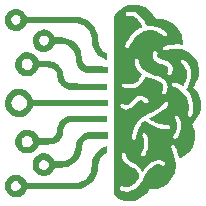
<source format=gbr>
%TF.GenerationSoftware,KiCad,Pcbnew,8.0.2*%
%TF.CreationDate,2025-01-11T16:17:31-03:00*%
%TF.ProjectId,EEG,4545472e-6b69-4636-9164-5f7063625858,rev?*%
%TF.SameCoordinates,Original*%
%TF.FileFunction,Legend,Bot*%
%TF.FilePolarity,Positive*%
%FSLAX46Y46*%
G04 Gerber Fmt 4.6, Leading zero omitted, Abs format (unit mm)*
G04 Created by KiCad (PCBNEW 8.0.2) date 2025-01-11 16:17:31*
%MOMM*%
%LPD*%
G01*
G04 APERTURE LIST*
G04 Aperture macros list*
%AMRoundRect*
0 Rectangle with rounded corners*
0 $1 Rounding radius*
0 $2 $3 $4 $5 $6 $7 $8 $9 X,Y pos of 4 corners*
0 Add a 4 corners polygon primitive as box body*
4,1,4,$2,$3,$4,$5,$6,$7,$8,$9,$2,$3,0*
0 Add four circle primitives for the rounded corners*
1,1,$1+$1,$2,$3*
1,1,$1+$1,$4,$5*
1,1,$1+$1,$6,$7*
1,1,$1+$1,$8,$9*
0 Add four rect primitives between the rounded corners*
20,1,$1+$1,$2,$3,$4,$5,0*
20,1,$1+$1,$4,$5,$6,$7,0*
20,1,$1+$1,$6,$7,$8,$9,0*
20,1,$1+$1,$8,$9,$2,$3,0*%
G04 Aperture macros list end*
%ADD10C,0.000000*%
%ADD11C,0.800000*%
%ADD12C,6.400000*%
%ADD13C,4.000000*%
%ADD14R,1.600000X1.600000*%
%ADD15C,1.600000*%
%ADD16C,1.250000*%
%ADD17RoundRect,0.250000X-0.725000X0.600000X-0.725000X-0.600000X0.725000X-0.600000X0.725000X0.600000X0*%
%ADD18O,1.950000X1.700000*%
%ADD19C,0.600000*%
%ADD20O,0.900000X2.000000*%
%ADD21O,0.900000X1.700000*%
%ADD22R,2.600000X2.600000*%
%ADD23C,2.600000*%
%ADD24R,1.700000X1.700000*%
%ADD25O,1.700000X1.700000*%
G04 APERTURE END LIST*
D10*
%TO.C,G\u002A\u002A\u002A*%
G36*
X159437990Y-93639960D02*
G01*
X159670575Y-93711503D01*
X159884437Y-93826657D01*
X160071744Y-93981420D01*
X160224664Y-94171788D01*
X160335366Y-94393761D01*
X160395870Y-94558232D01*
X163549185Y-94558232D01*
X166702500Y-94558232D01*
X166702500Y-94815664D01*
X166702500Y-95073097D01*
X163547653Y-95073097D01*
X160392806Y-95073097D01*
X160347553Y-95209494D01*
X160252554Y-95417873D01*
X160104039Y-95618170D01*
X159913122Y-95788939D01*
X159686218Y-95923255D01*
X159618066Y-95953548D01*
X159542259Y-95979472D01*
X159461755Y-95994334D01*
X159359087Y-96001088D01*
X159216785Y-96002691D01*
X159208320Y-96002690D01*
X159070988Y-96001195D01*
X158971831Y-95994621D01*
X158892833Y-95979620D01*
X158815977Y-95952841D01*
X158723247Y-95910936D01*
X158637630Y-95865769D01*
X158430664Y-95715189D01*
X158255070Y-95525881D01*
X158122746Y-95309758D01*
X158120193Y-95304357D01*
X158079184Y-95212762D01*
X158053114Y-95136133D01*
X158038637Y-95056433D01*
X158032405Y-94955622D01*
X158031071Y-94815664D01*
X158031071Y-94813305D01*
X158031268Y-94793792D01*
X158550926Y-94793792D01*
X158570402Y-94970583D01*
X158641521Y-95139929D01*
X158764282Y-95293325D01*
X158889663Y-95387949D01*
X159056867Y-95455815D01*
X159232959Y-95474644D01*
X159407694Y-95444989D01*
X159570830Y-95367397D01*
X159712121Y-95242421D01*
X159787524Y-95134520D01*
X159853153Y-94966144D01*
X159870144Y-94790970D01*
X159840582Y-94618758D01*
X159766549Y-94459270D01*
X159650128Y-94322264D01*
X159493402Y-94217503D01*
X159444970Y-94196616D01*
X159267894Y-94157755D01*
X159087003Y-94169769D01*
X158914923Y-94230568D01*
X158764282Y-94338064D01*
X158666900Y-94451901D01*
X158583092Y-94618063D01*
X158550926Y-94793792D01*
X158031268Y-94793792D01*
X158032478Y-94673799D01*
X158038818Y-94573439D01*
X158053342Y-94494442D01*
X158079298Y-94419025D01*
X158119938Y-94329403D01*
X158140818Y-94287643D01*
X158282904Y-94070528D01*
X158461115Y-93888441D01*
X158667438Y-93748342D01*
X158893855Y-93657196D01*
X158947981Y-93643711D01*
X159194515Y-93616028D01*
X159437990Y-93639960D01*
G37*
G36*
X161529010Y-88626055D02*
G01*
X161732253Y-88700057D01*
X161914156Y-88814555D01*
X162064856Y-88964701D01*
X162174492Y-89145644D01*
X162227782Y-89266565D01*
X162586569Y-89267062D01*
X162819083Y-89273934D01*
X163108213Y-89307270D01*
X163361070Y-89371180D01*
X163586470Y-89468876D01*
X163793232Y-89603571D01*
X163990172Y-89778477D01*
X164068702Y-89860182D01*
X164219136Y-90040936D01*
X164332735Y-90222909D01*
X164415852Y-90419810D01*
X164474840Y-90645347D01*
X164516051Y-90913228D01*
X164524351Y-90978664D01*
X164562340Y-91183754D01*
X164616653Y-91344698D01*
X164692642Y-91471116D01*
X164795664Y-91572627D01*
X164931071Y-91658852D01*
X164936201Y-91661533D01*
X164971499Y-91676735D01*
X165015993Y-91688916D01*
X165076533Y-91698573D01*
X165159968Y-91706207D01*
X165273147Y-91712315D01*
X165422920Y-91717397D01*
X165616135Y-91721950D01*
X165859642Y-91726475D01*
X166688214Y-91740777D01*
X166696448Y-92006833D01*
X166704683Y-92272890D01*
X165782163Y-92264266D01*
X164859642Y-92255642D01*
X164698957Y-92176610D01*
X164570551Y-92103233D01*
X164377421Y-91948262D01*
X164216431Y-91760917D01*
X164093772Y-91550589D01*
X164015635Y-91326669D01*
X163988214Y-91098552D01*
X163983474Y-90980256D01*
X163935417Y-90713730D01*
X163838014Y-90470632D01*
X163694298Y-90255957D01*
X163507301Y-90074702D01*
X163280056Y-89931862D01*
X163225923Y-89905214D01*
X163151513Y-89871052D01*
X163085833Y-89847788D01*
X163015710Y-89832992D01*
X162927973Y-89824236D01*
X162809450Y-89819091D01*
X162646969Y-89815128D01*
X162231071Y-89805921D01*
X162175651Y-89943844D01*
X162169381Y-89958743D01*
X162082245Y-90103116D01*
X161956631Y-90241483D01*
X161808506Y-90358677D01*
X161653837Y-90439530D01*
X161602632Y-90457775D01*
X161502747Y-90483477D01*
X161396793Y-90493107D01*
X161259642Y-90489874D01*
X161134404Y-90476513D01*
X160914363Y-90413850D01*
X160725135Y-90303053D01*
X160567347Y-90144545D01*
X160441627Y-89938750D01*
X160379777Y-89757012D01*
X160358013Y-89576848D01*
X160887392Y-89576848D01*
X160935076Y-89716370D01*
X160944793Y-89735090D01*
X161040686Y-89860499D01*
X161164878Y-89936820D01*
X161315109Y-89962586D01*
X161332527Y-89962286D01*
X161478300Y-89932008D01*
X161594064Y-89854919D01*
X161675612Y-89735046D01*
X161718736Y-89576413D01*
X161722195Y-89532369D01*
X161699928Y-89393837D01*
X161625838Y-89278091D01*
X161501474Y-89187905D01*
X161389376Y-89144366D01*
X161245287Y-89133867D01*
X161112449Y-89179285D01*
X160992526Y-89280320D01*
X160954268Y-89328157D01*
X160893392Y-89450454D01*
X160887392Y-89576848D01*
X160358013Y-89576848D01*
X160354943Y-89551434D01*
X160370767Y-89347680D01*
X160427592Y-89164582D01*
X160531332Y-88987858D01*
X160688194Y-88819335D01*
X160879623Y-88695026D01*
X161101707Y-88618102D01*
X161314289Y-88597400D01*
X161529010Y-88626055D01*
G37*
G36*
X159941400Y-90533837D02*
G01*
X160069909Y-90541926D01*
X160166122Y-90558287D01*
X160253292Y-90588714D01*
X160354671Y-90638999D01*
X160535970Y-90759573D01*
X160682425Y-90916281D01*
X160792754Y-91113114D01*
X160859642Y-91267841D01*
X161360782Y-91268329D01*
X161370703Y-91268343D01*
X161636151Y-91273102D01*
X161854553Y-91288035D01*
X162035201Y-91315750D01*
X162187389Y-91358854D01*
X162320407Y-91419955D01*
X162443549Y-91501661D01*
X162566106Y-91606580D01*
X162616330Y-91655729D01*
X162754005Y-91823314D01*
X162853705Y-92009052D01*
X162920604Y-92224427D01*
X162959873Y-92480922D01*
X162962856Y-92509599D01*
X162998762Y-92705883D01*
X163060976Y-92860226D01*
X163155092Y-92982953D01*
X163286702Y-93084390D01*
X163426536Y-93170957D01*
X165050232Y-93178794D01*
X166673928Y-93186630D01*
X166673928Y-93457679D01*
X166673928Y-93728727D01*
X165093400Y-93728727D01*
X164767110Y-93728576D01*
X164467985Y-93727999D01*
X164216762Y-93726868D01*
X164008660Y-93725057D01*
X163838897Y-93722438D01*
X163702692Y-93718886D01*
X163595264Y-93714272D01*
X163511830Y-93708470D01*
X163447610Y-93701353D01*
X163397822Y-93692794D01*
X163357685Y-93682667D01*
X163309859Y-93667901D01*
X163129565Y-93596913D01*
X162975665Y-93504237D01*
X162823278Y-93375575D01*
X162764446Y-93317358D01*
X162624947Y-93147701D01*
X162525003Y-92964650D01*
X162458456Y-92754947D01*
X162419148Y-92505332D01*
X162388896Y-92324764D01*
X162325767Y-92156024D01*
X162227726Y-92021789D01*
X162089822Y-91913155D01*
X161950083Y-91826588D01*
X161404863Y-91818523D01*
X160859642Y-91810458D01*
X160792754Y-91966587D01*
X160784338Y-91985801D01*
X160673088Y-92178043D01*
X160527036Y-92328930D01*
X160337615Y-92447515D01*
X160285069Y-92472868D01*
X160196678Y-92509712D01*
X160115448Y-92530466D01*
X160019965Y-92539624D01*
X159888815Y-92541678D01*
X159881297Y-92541673D01*
X159746308Y-92538678D01*
X159646645Y-92527604D01*
X159561608Y-92504722D01*
X159470499Y-92466303D01*
X159288876Y-92360289D01*
X159120475Y-92205030D01*
X158985331Y-92005885D01*
X158980666Y-91997258D01*
X158937435Y-91913053D01*
X158910306Y-91843155D01*
X158895550Y-91769690D01*
X158889437Y-91674780D01*
X158888818Y-91605606D01*
X159415509Y-91605606D01*
X159455173Y-91746207D01*
X159538330Y-91868025D01*
X159572321Y-91901246D01*
X159664438Y-91969099D01*
X159766148Y-92003168D01*
X159900134Y-92012511D01*
X160014273Y-91998026D01*
X160151970Y-91936411D01*
X160261387Y-91834734D01*
X160333589Y-91702038D01*
X160359642Y-91547367D01*
X160358966Y-91519619D01*
X160326326Y-91360125D01*
X160248540Y-91226717D01*
X160130955Y-91129172D01*
X160085682Y-91107649D01*
X159941563Y-91073475D01*
X159788240Y-91076079D01*
X159651590Y-91116163D01*
X159537871Y-91201259D01*
X159458818Y-91320117D01*
X159417377Y-91459237D01*
X159415509Y-91605606D01*
X158888818Y-91605606D01*
X158888236Y-91540552D01*
X158888933Y-91441196D01*
X158893876Y-91332591D01*
X158906206Y-91252336D01*
X158928973Y-91183319D01*
X158965225Y-91108424D01*
X159015733Y-91019950D01*
X159165689Y-90824635D01*
X159345832Y-90676138D01*
X159559796Y-90571174D01*
X159628762Y-90551171D01*
X159759949Y-90534021D01*
X159931071Y-90533448D01*
X159941400Y-90533837D01*
G37*
G36*
X166702500Y-97561610D02*
G01*
X166702500Y-97847646D01*
X165909642Y-97848902D01*
X165886302Y-97848941D01*
X165636562Y-97849937D01*
X165436098Y-97852599D01*
X165277655Y-97857938D01*
X165153977Y-97866959D01*
X165057807Y-97880671D01*
X164981888Y-97900082D01*
X164918964Y-97926200D01*
X164861780Y-97960031D01*
X164803078Y-98002585D01*
X164720423Y-98075813D01*
X164644178Y-98176496D01*
X164587653Y-98301984D01*
X164546237Y-98462977D01*
X164515319Y-98670173D01*
X164499406Y-98791975D01*
X164476871Y-98933034D01*
X164453588Y-99051558D01*
X164432646Y-99130340D01*
X164419033Y-99167623D01*
X164283315Y-99447902D01*
X164101129Y-99697346D01*
X163875936Y-99912576D01*
X163611194Y-100090211D01*
X163310365Y-100226870D01*
X163303300Y-100229400D01*
X163224028Y-100253418D01*
X163134508Y-100271135D01*
X163023017Y-100283934D01*
X162877834Y-100293194D01*
X162687235Y-100300297D01*
X162229114Y-100313975D01*
X162178732Y-100435924D01*
X162083152Y-100605216D01*
X161933025Y-100761524D01*
X161737615Y-100885578D01*
X161735763Y-100886490D01*
X161628210Y-100935753D01*
X161539472Y-100963839D01*
X161444286Y-100976362D01*
X161317386Y-100978935D01*
X161251270Y-100977948D01*
X161130618Y-100968564D01*
X161031004Y-100945366D01*
X160927642Y-100903560D01*
X160776377Y-100819019D01*
X160595903Y-100665367D01*
X160457873Y-100473559D01*
X160422396Y-100405864D01*
X160396286Y-100339446D01*
X160381685Y-100267001D01*
X160375322Y-100171477D01*
X160374421Y-100083806D01*
X160879737Y-100083806D01*
X160887068Y-100153271D01*
X160919312Y-100244271D01*
X160951417Y-100312364D01*
X161010839Y-100386390D01*
X161102727Y-100445263D01*
X161226448Y-100490091D01*
X161371792Y-100496425D01*
X161503905Y-100453882D01*
X161613120Y-100365907D01*
X161689770Y-100235949D01*
X161700205Y-100205817D01*
X161722569Y-100058621D01*
X161699863Y-99921037D01*
X161635770Y-99805179D01*
X161533971Y-99723165D01*
X161503264Y-99708617D01*
X161349336Y-99668559D01*
X161202909Y-99680952D01*
X161072988Y-99741950D01*
X160968578Y-99847711D01*
X160898683Y-99994389D01*
X160894945Y-100007147D01*
X160879737Y-100083806D01*
X160374421Y-100083806D01*
X160373928Y-100035822D01*
X160374201Y-99972987D01*
X160378083Y-99850851D01*
X160388634Y-99763033D01*
X160408479Y-99693289D01*
X160440244Y-99625377D01*
X160445751Y-99615197D01*
X160569376Y-99436777D01*
X160725686Y-99283400D01*
X160898456Y-99171149D01*
X160918075Y-99161628D01*
X161003643Y-99125323D01*
X161085010Y-99104179D01*
X161182587Y-99094328D01*
X161316785Y-99091903D01*
X161451061Y-99094496D01*
X161551465Y-99104770D01*
X161633390Y-99126149D01*
X161716333Y-99162056D01*
X161765689Y-99188794D01*
X161925719Y-99307875D01*
X162065299Y-99458928D01*
X162166210Y-99623274D01*
X162230737Y-99764088D01*
X162590004Y-99764088D01*
X162781879Y-99760160D01*
X162969942Y-99743588D01*
X163125732Y-99711394D01*
X163262261Y-99660734D01*
X163392546Y-99588766D01*
X163577827Y-99446016D01*
X163751449Y-99248478D01*
X163880352Y-99021292D01*
X163960590Y-98771632D01*
X163988214Y-98506670D01*
X163996783Y-98399540D01*
X164033861Y-98227934D01*
X164093816Y-98051953D01*
X164169589Y-97895383D01*
X164266453Y-97761106D01*
X164423190Y-97606315D01*
X164607879Y-97471223D01*
X164804620Y-97367159D01*
X164997516Y-97305451D01*
X164998097Y-97305338D01*
X165058829Y-97298991D01*
X165167758Y-97293064D01*
X165316095Y-97287815D01*
X165495049Y-97283500D01*
X165695828Y-97280379D01*
X165909642Y-97278708D01*
X166702500Y-97275574D01*
X166702500Y-97561610D01*
G37*
G36*
X159112234Y-86878784D02*
G01*
X159318006Y-86941509D01*
X159503155Y-87045690D01*
X159658704Y-87188082D01*
X159775677Y-87365443D01*
X159852062Y-87521745D01*
X161974768Y-87521745D01*
X162321786Y-87521778D01*
X162704717Y-87522069D01*
X163038089Y-87522918D01*
X163326104Y-87524622D01*
X163572964Y-87527480D01*
X163782870Y-87531788D01*
X163960025Y-87537846D01*
X164108630Y-87545951D01*
X164232888Y-87556402D01*
X164337001Y-87569495D01*
X164425169Y-87585530D01*
X164501596Y-87604804D01*
X164570484Y-87627616D01*
X164636034Y-87654262D01*
X164702448Y-87685042D01*
X164773928Y-87720253D01*
X164919832Y-87798948D01*
X165196734Y-87990599D01*
X165427526Y-88215374D01*
X165612694Y-88474026D01*
X165752727Y-88767308D01*
X165848112Y-89095974D01*
X165899335Y-89460778D01*
X165905699Y-89536526D01*
X165931918Y-89742909D01*
X165971328Y-89909975D01*
X166028940Y-90051019D01*
X166109768Y-90179338D01*
X166218824Y-90308226D01*
X166309502Y-90397082D01*
X166426582Y-90492297D01*
X166530340Y-90556192D01*
X166673928Y-90624440D01*
X166673928Y-90905651D01*
X166674164Y-90992754D01*
X166671655Y-91090355D01*
X166658338Y-91147929D01*
X166625916Y-91168864D01*
X166566094Y-91156552D01*
X166470578Y-91114381D01*
X166331071Y-91045740D01*
X166204218Y-90973631D01*
X166009036Y-90828600D01*
X165824835Y-90654098D01*
X165666404Y-90464690D01*
X165548530Y-90274944D01*
X165466938Y-90089187D01*
X165386760Y-89802659D01*
X165360065Y-89508555D01*
X165349222Y-89331795D01*
X165290635Y-89060999D01*
X165184987Y-88809614D01*
X165036504Y-88584934D01*
X164849413Y-88394258D01*
X164627942Y-88244879D01*
X164573047Y-88215654D01*
X164516984Y-88186968D01*
X164462419Y-88162180D01*
X164405164Y-88141006D01*
X164341028Y-88123161D01*
X164265825Y-88108361D01*
X164175364Y-88096321D01*
X164065459Y-88086757D01*
X163931919Y-88079384D01*
X163770557Y-88073917D01*
X163577184Y-88070072D01*
X163347610Y-88067564D01*
X163077649Y-88066109D01*
X162763110Y-88065422D01*
X162399806Y-88065219D01*
X161983548Y-88065214D01*
X159848031Y-88065214D01*
X159791572Y-88192993D01*
X159742894Y-88284303D01*
X159620570Y-88442119D01*
X159466883Y-88579349D01*
X159298240Y-88679803D01*
X159261185Y-88696150D01*
X159175535Y-88728742D01*
X159097279Y-88745659D01*
X159004994Y-88750267D01*
X158877260Y-88745930D01*
X158780053Y-88737639D01*
X158563916Y-88687713D01*
X158381889Y-88593615D01*
X158229083Y-88452290D01*
X158100614Y-88260686D01*
X158058332Y-88179632D01*
X158027726Y-88105878D01*
X158010968Y-88031999D01*
X158003940Y-87938974D01*
X158002521Y-87807782D01*
X158003265Y-87761641D01*
X158531071Y-87761641D01*
X158532872Y-87805869D01*
X158566960Y-87948701D01*
X158637035Y-88062316D01*
X158733594Y-88143981D01*
X158847134Y-88190962D01*
X158968151Y-88200526D01*
X159087141Y-88169937D01*
X159194601Y-88096463D01*
X159281027Y-87977370D01*
X159317352Y-87878536D01*
X159331004Y-87741098D01*
X159308163Y-87609820D01*
X159251907Y-87499409D01*
X159165314Y-87424569D01*
X159029453Y-87374385D01*
X158877987Y-87366653D01*
X158739057Y-87411720D01*
X158619688Y-87508504D01*
X158611768Y-87517627D01*
X158560462Y-87588588D01*
X158536800Y-87660679D01*
X158531071Y-87761641D01*
X158003265Y-87761641D01*
X158004545Y-87682302D01*
X158013758Y-87570635D01*
X158032989Y-87482756D01*
X158065005Y-87400622D01*
X158140563Y-87273247D01*
X158264985Y-87129217D01*
X158410992Y-87008193D01*
X158561430Y-86926559D01*
X158674720Y-86890681D01*
X158894813Y-86860760D01*
X159112234Y-86878784D01*
G37*
G36*
X166673928Y-96174336D02*
G01*
X166673928Y-96446070D01*
X165087296Y-96446070D01*
X164791962Y-96446193D01*
X164487564Y-96446731D01*
X164231940Y-96447804D01*
X164020532Y-96449532D01*
X163848785Y-96452033D01*
X163712141Y-96455423D01*
X163606044Y-96459822D01*
X163525935Y-96465347D01*
X163467259Y-96472117D01*
X163425459Y-96480248D01*
X163395977Y-96489860D01*
X163286979Y-96543961D01*
X163154275Y-96647462D01*
X163057927Y-96782539D01*
X162993492Y-96956119D01*
X162956529Y-97175128D01*
X162944180Y-97275061D01*
X162888168Y-97523041D01*
X162796154Y-97735389D01*
X162662952Y-97922171D01*
X162483374Y-98093453D01*
X162438576Y-98129208D01*
X162340053Y-98199585D01*
X162242536Y-98253291D01*
X162136340Y-98292748D01*
X162011780Y-98320375D01*
X161859172Y-98338593D01*
X161668830Y-98349824D01*
X161431071Y-98356488D01*
X160859642Y-98367687D01*
X160791683Y-98522742D01*
X160779137Y-98549489D01*
X160680336Y-98700606D01*
X160544297Y-98844262D01*
X160387123Y-98965496D01*
X160224916Y-99049345D01*
X160174195Y-99067423D01*
X160074306Y-99093142D01*
X159968298Y-99102787D01*
X159831071Y-99099559D01*
X159724710Y-99089190D01*
X159495922Y-99029442D01*
X159295934Y-98920361D01*
X159125489Y-98762424D01*
X158985331Y-98556110D01*
X158980694Y-98547536D01*
X158937452Y-98463313D01*
X158910314Y-98393402D01*
X158895549Y-98319927D01*
X158889426Y-98225011D01*
X158888464Y-98118449D01*
X159414446Y-98118449D01*
X159436243Y-98264642D01*
X159495072Y-98387058D01*
X159530863Y-98429154D01*
X159650186Y-98516207D01*
X159789680Y-98560977D01*
X159936835Y-98564292D01*
X160079136Y-98526980D01*
X160204072Y-98449870D01*
X160299131Y-98333792D01*
X160339204Y-98242674D01*
X160362597Y-98087301D01*
X160334359Y-97935634D01*
X160257070Y-97797782D01*
X160133309Y-97683856D01*
X160026503Y-97635225D01*
X159883504Y-97618303D01*
X159737508Y-97642119D01*
X159605008Y-97703640D01*
X159502500Y-97799833D01*
X159480956Y-97833044D01*
X159429433Y-97968057D01*
X159414446Y-98118449D01*
X158888464Y-98118449D01*
X158888214Y-98090777D01*
X158888219Y-98077112D01*
X158889709Y-97947000D01*
X158896434Y-97854654D01*
X158912126Y-97782198D01*
X158940514Y-97711753D01*
X158985331Y-97625444D01*
X159102558Y-97447853D01*
X159266541Y-97287684D01*
X159470499Y-97165026D01*
X159474270Y-97163261D01*
X159564936Y-97125438D01*
X159650308Y-97103062D01*
X159751147Y-97092388D01*
X159888214Y-97089670D01*
X159898854Y-97089680D01*
X160032482Y-97092786D01*
X160131412Y-97104060D01*
X160216547Y-97127314D01*
X160308795Y-97166359D01*
X160354015Y-97189242D01*
X160532685Y-97314426D01*
X160683083Y-97475978D01*
X160791009Y-97659382D01*
X160859642Y-97818066D01*
X161377808Y-97818555D01*
X161432581Y-97818598D01*
X161603209Y-97818266D01*
X161729503Y-97816255D01*
X161821556Y-97811375D01*
X161889463Y-97802433D01*
X161943316Y-97788239D01*
X161993210Y-97767602D01*
X162049237Y-97739332D01*
X162161171Y-97664173D01*
X162273639Y-97550196D01*
X162357166Y-97421850D01*
X162399072Y-97295230D01*
X162399743Y-97290409D01*
X162410085Y-97212900D01*
X162424286Y-97102871D01*
X162439481Y-96982496D01*
X162448930Y-96919340D01*
X162489226Y-96748194D01*
X162544049Y-96603505D01*
X162565704Y-96561423D01*
X162708043Y-96353028D01*
X162889558Y-96174766D01*
X163099719Y-96035492D01*
X163327999Y-95944061D01*
X163373349Y-95935695D01*
X163447611Y-95928444D01*
X163553984Y-95922335D01*
X163696043Y-95917287D01*
X163877365Y-95913219D01*
X164101525Y-95910053D01*
X164372098Y-95907707D01*
X164692659Y-95906103D01*
X165066785Y-95905159D01*
X166673928Y-95902601D01*
X166673928Y-96174336D01*
G37*
G36*
X166651364Y-98485824D02*
G01*
X166664444Y-98529722D01*
X166671649Y-98617527D01*
X166673821Y-98755811D01*
X166673714Y-99034696D01*
X166551731Y-99084902D01*
X166465806Y-99127084D01*
X166297327Y-99250284D01*
X166147778Y-99413793D01*
X166028523Y-99606289D01*
X166017106Y-99629570D01*
X165974617Y-99722544D01*
X165945655Y-99804937D01*
X165926296Y-99893686D01*
X165912616Y-100005727D01*
X165900690Y-100157998D01*
X165892961Y-100261377D01*
X165874351Y-100446122D01*
X165849631Y-100597199D01*
X165815052Y-100730599D01*
X165766865Y-100862317D01*
X165701320Y-101008345D01*
X165695128Y-101021233D01*
X165523362Y-101311936D01*
X165309201Y-101566058D01*
X165056883Y-101779981D01*
X164770646Y-101950087D01*
X164454729Y-102072756D01*
X164433139Y-102078709D01*
X164394324Y-102087169D01*
X164346317Y-102094535D01*
X164285123Y-102100903D01*
X164206746Y-102106372D01*
X164107190Y-102111041D01*
X163982459Y-102115006D01*
X163828556Y-102118367D01*
X163641487Y-102121222D01*
X163417255Y-102123668D01*
X163151864Y-102125804D01*
X162841318Y-102127728D01*
X162481621Y-102129538D01*
X162068778Y-102131331D01*
X159849342Y-102140488D01*
X159784560Y-102274458D01*
X159773527Y-102296276D01*
X159661593Y-102458903D01*
X159512687Y-102603295D01*
X159344611Y-102711758D01*
X159327987Y-102719806D01*
X159250342Y-102751555D01*
X159170490Y-102770402D01*
X159070157Y-102779442D01*
X158931071Y-102781768D01*
X158882348Y-102781255D01*
X158690553Y-102764713D01*
X158533098Y-102720471D01*
X158394404Y-102642579D01*
X158258890Y-102525088D01*
X158258615Y-102524812D01*
X158137363Y-102383056D01*
X158058349Y-102236584D01*
X158015439Y-102069635D01*
X158002984Y-101874048D01*
X158531071Y-101874048D01*
X158532035Y-101932353D01*
X158542995Y-102008663D01*
X158574852Y-102068285D01*
X158638214Y-102137279D01*
X158690843Y-102184577D01*
X158814006Y-102253994D01*
X158943623Y-102268045D01*
X159085871Y-102227982D01*
X159091071Y-102225653D01*
X159212378Y-102148313D01*
X159287561Y-102042819D01*
X159323490Y-101899683D01*
X159325192Y-101842076D01*
X159298352Y-101708535D01*
X159236538Y-101587309D01*
X159149014Y-101499635D01*
X159093677Y-101468623D01*
X158959198Y-101432177D01*
X158829027Y-101444595D01*
X158712146Y-101500434D01*
X158617537Y-101594251D01*
X158554185Y-101720603D01*
X158531071Y-101874048D01*
X158002984Y-101874048D01*
X158002500Y-101866453D01*
X158002502Y-101860659D01*
X158005430Y-101725270D01*
X158016366Y-101625667D01*
X158039000Y-101541320D01*
X158077019Y-101451700D01*
X158145180Y-101330606D01*
X158288822Y-101159161D01*
X158463914Y-101027109D01*
X158662084Y-100938894D01*
X158874958Y-100898961D01*
X159094165Y-100911754D01*
X159285433Y-100964858D01*
X159480065Y-101068562D01*
X159638746Y-101216625D01*
X159762142Y-101409543D01*
X159853201Y-101594718D01*
X161986133Y-101594718D01*
X162199052Y-101594686D01*
X162581334Y-101594400D01*
X162912463Y-101593755D01*
X163196424Y-101592677D01*
X163437203Y-101591088D01*
X163638783Y-101588914D01*
X163805150Y-101586078D01*
X163940288Y-101582505D01*
X164048184Y-101578118D01*
X164132820Y-101572842D01*
X164198183Y-101566601D01*
X164248257Y-101559319D01*
X164287027Y-101550921D01*
X164519792Y-101468725D01*
X164758632Y-101331556D01*
X164963616Y-101153822D01*
X165130477Y-100941102D01*
X165254946Y-100698973D01*
X165332757Y-100433013D01*
X165359642Y-100148802D01*
X165361363Y-100075173D01*
X165402296Y-99777626D01*
X165494416Y-99489021D01*
X165633323Y-99220622D01*
X165814619Y-98983693D01*
X165830834Y-98966308D01*
X166008787Y-98798180D01*
X166195812Y-98667674D01*
X166414502Y-98558789D01*
X166419721Y-98556565D01*
X166517207Y-98517026D01*
X166595550Y-98488739D01*
X166638214Y-98477700D01*
X166651364Y-98485824D01*
G37*
G36*
X169059082Y-86498711D02*
G01*
X169239783Y-86512282D01*
X169388214Y-86536530D01*
X169416622Y-86543798D01*
X169540634Y-86583434D01*
X169682495Y-86637667D01*
X169816785Y-86696979D01*
X169827591Y-86702246D01*
X170024820Y-86820905D01*
X170221837Y-86977466D01*
X170404968Y-87158493D01*
X170560538Y-87350549D01*
X170674874Y-87540197D01*
X170773928Y-87744572D01*
X171031071Y-87730429D01*
X171058425Y-87729134D01*
X171374378Y-87744289D01*
X171680981Y-87812594D01*
X171972076Y-87930368D01*
X172241506Y-88093929D01*
X172483113Y-88299600D01*
X172690742Y-88543698D01*
X172858233Y-88822544D01*
X172955869Y-89058911D01*
X173022996Y-89339055D01*
X173044934Y-89642585D01*
X173045357Y-89889889D01*
X172638214Y-89875212D01*
X172536381Y-89872569D01*
X172173434Y-89882789D01*
X171848987Y-89925933D01*
X171555937Y-90002839D01*
X171459569Y-90045675D01*
X171385714Y-90113044D01*
X171366490Y-90193723D01*
X171402674Y-90286274D01*
X171413822Y-90302678D01*
X171449928Y-90339119D01*
X171499528Y-90350932D01*
X171583931Y-90345025D01*
X171679859Y-90330951D01*
X171804727Y-90308494D01*
X171931071Y-90282575D01*
X172113431Y-90253034D01*
X172349271Y-90236448D01*
X172594184Y-90237942D01*
X172827002Y-90257289D01*
X173026555Y-90294265D01*
X173332929Y-90398747D01*
X173615231Y-90549937D01*
X173860063Y-90743670D01*
X174066090Y-90978884D01*
X174231980Y-91254516D01*
X174320640Y-91457353D01*
X174383378Y-91665895D01*
X174417906Y-91886946D01*
X174428822Y-92141227D01*
X174425186Y-92289768D01*
X174393418Y-92554189D01*
X174324981Y-92799038D01*
X174215039Y-93039324D01*
X174058757Y-93290056D01*
X173936429Y-93466362D01*
X174008353Y-93533187D01*
X174114153Y-93646697D01*
X174230819Y-93798974D01*
X174340727Y-93967012D01*
X174430265Y-94131509D01*
X174531868Y-94391956D01*
X174599941Y-94703487D01*
X174616810Y-95020222D01*
X174583874Y-95334976D01*
X174502533Y-95640565D01*
X174374190Y-95929805D01*
X174200242Y-96195513D01*
X173982093Y-96430503D01*
X173807557Y-96588626D01*
X173911095Y-96810535D01*
X173991177Y-96998053D01*
X174056527Y-97206587D01*
X174091883Y-97415847D01*
X174102500Y-97648855D01*
X174085997Y-97932032D01*
X174023694Y-98233860D01*
X173912467Y-98512080D01*
X173749627Y-98773180D01*
X173532483Y-99023645D01*
X173488156Y-99067918D01*
X173372393Y-99176698D01*
X173270041Y-99258373D01*
X173163872Y-99325728D01*
X173036654Y-99391547D01*
X172967227Y-99424511D01*
X172871335Y-99467835D01*
X172803678Y-99495532D01*
X172775737Y-99502710D01*
X172771077Y-99492316D01*
X172752185Y-99437650D01*
X172723396Y-99347640D01*
X172688810Y-99234921D01*
X172654220Y-99125839D01*
X172597723Y-98964204D01*
X172536717Y-98804682D01*
X172475612Y-98657740D01*
X172418817Y-98533843D01*
X172370743Y-98443459D01*
X172335799Y-98397053D01*
X172333171Y-98395058D01*
X172253659Y-98367857D01*
X172168215Y-98389000D01*
X172093263Y-98454589D01*
X172035517Y-98532366D01*
X172139673Y-98754927D01*
X172239595Y-98988761D01*
X172353854Y-99330929D01*
X172431565Y-99670801D01*
X172471291Y-99999335D01*
X172471592Y-100307491D01*
X172431030Y-100586227D01*
X172389994Y-100733776D01*
X172268183Y-101029830D01*
X172102474Y-101303363D01*
X171898922Y-101546579D01*
X171663579Y-101751682D01*
X171402500Y-101910874D01*
X171313768Y-101953096D01*
X171120397Y-102031375D01*
X170940476Y-102079462D01*
X170752631Y-102102119D01*
X170535487Y-102104113D01*
X170239902Y-102095761D01*
X170195730Y-102181332D01*
X170093147Y-102346211D01*
X169918424Y-102548116D01*
X169705303Y-102731398D01*
X169464199Y-102888489D01*
X169205532Y-103011821D01*
X168939716Y-103093826D01*
X168903880Y-103101339D01*
X168654721Y-103132679D01*
X168401726Y-103131510D01*
X168153339Y-103100409D01*
X167918007Y-103041954D01*
X167704177Y-102958723D01*
X167520294Y-102853293D01*
X167374804Y-102728241D01*
X167276154Y-102586146D01*
X167216785Y-102463368D01*
X167216785Y-102045145D01*
X167731071Y-102045145D01*
X167751948Y-102120972D01*
X167818477Y-102187367D01*
X167934464Y-102245538D01*
X168103710Y-102298063D01*
X168115102Y-102300899D01*
X168334513Y-102325624D01*
X168562847Y-102299448D01*
X168790781Y-102225350D01*
X169008990Y-102106307D01*
X169208149Y-101945298D01*
X169239391Y-101914430D01*
X169344926Y-101800085D01*
X169445426Y-101672593D01*
X169547733Y-101522077D01*
X169658690Y-101338660D01*
X169785140Y-101112464D01*
X169874143Y-100950828D01*
X169976369Y-100772728D01*
X170064257Y-100630960D01*
X170143639Y-100516734D01*
X170220342Y-100421258D01*
X170300196Y-100335742D01*
X170344054Y-100294007D01*
X170516925Y-100164593D01*
X170700614Y-100075354D01*
X170885802Y-100028921D01*
X171063167Y-100027928D01*
X171223391Y-100075005D01*
X171263266Y-100093063D01*
X171347388Y-100123786D01*
X171407092Y-100135935D01*
X171422731Y-100134952D01*
X171495289Y-100100606D01*
X171542846Y-100028194D01*
X171554509Y-99932731D01*
X171553781Y-99925798D01*
X171537852Y-99865296D01*
X171497046Y-99819997D01*
X171416785Y-99772991D01*
X171383914Y-99756962D01*
X171162166Y-99684427D01*
X170929603Y-99666883D01*
X170690171Y-99704236D01*
X170447810Y-99796389D01*
X170326970Y-99868612D01*
X170169580Y-99991002D01*
X170010717Y-100140550D01*
X169863870Y-100304380D01*
X169742525Y-100469618D01*
X169628953Y-100645981D01*
X169548588Y-100492313D01*
X169494722Y-100401160D01*
X169390007Y-100270997D01*
X169253373Y-100150323D01*
X169076751Y-100032396D01*
X168852071Y-99910475D01*
X168717116Y-99839067D01*
X168534562Y-99723592D01*
X168400879Y-99607738D01*
X168311297Y-99485936D01*
X168261047Y-99352617D01*
X168245357Y-99202213D01*
X168241425Y-99176746D01*
X169502500Y-99176746D01*
X169515188Y-99234436D01*
X169567596Y-99296079D01*
X169644832Y-99329303D01*
X169729667Y-99327901D01*
X169804872Y-99285667D01*
X169808065Y-99282344D01*
X169854577Y-99216227D01*
X169911944Y-99111401D01*
X169973629Y-98982270D01*
X170033095Y-98843235D01*
X170083806Y-98708700D01*
X170119224Y-98593067D01*
X170139766Y-98492761D01*
X170155526Y-98325401D01*
X170154561Y-98121108D01*
X170151192Y-98045651D01*
X170141361Y-97922323D01*
X170123981Y-97825577D01*
X170094620Y-97734790D01*
X170079665Y-97700340D01*
X172255245Y-97700340D01*
X172269038Y-97748211D01*
X172272940Y-97756087D01*
X172334167Y-97816872D01*
X172421722Y-97842204D01*
X172514301Y-97825380D01*
X172521396Y-97821495D01*
X172572327Y-97770058D01*
X172634050Y-97678790D01*
X172700156Y-97559979D01*
X172764237Y-97425911D01*
X172819886Y-97288875D01*
X172860693Y-97161160D01*
X172890984Y-97012038D01*
X172909441Y-96809028D01*
X172906486Y-96603151D01*
X172883610Y-96406076D01*
X172842302Y-96229470D01*
X172784054Y-96085002D01*
X172710357Y-95984340D01*
X172695096Y-95970460D01*
X172615709Y-95911181D01*
X172549586Y-95893152D01*
X172480450Y-95911193D01*
X172432770Y-95943320D01*
X172400161Y-96011812D01*
X172408576Y-96111343D01*
X172457695Y-96246630D01*
X172539957Y-96495857D01*
X172568269Y-96756213D01*
X172541606Y-97020153D01*
X172460407Y-97283387D01*
X172325111Y-97541624D01*
X172302388Y-97578013D01*
X172264749Y-97649550D01*
X172255245Y-97700340D01*
X170079665Y-97700340D01*
X170048843Y-97629338D01*
X170010584Y-97552164D01*
X169943375Y-97445952D01*
X169884191Y-97393358D01*
X169876054Y-97389663D01*
X169812194Y-97365804D01*
X169766414Y-97370508D01*
X169708857Y-97405912D01*
X169680444Y-97431703D01*
X169648216Y-97513063D01*
X169662691Y-97625513D01*
X169723906Y-97769937D01*
X169751975Y-97825999D01*
X169778722Y-97895305D01*
X169793983Y-97970129D01*
X169800866Y-98067685D01*
X169802478Y-98205191D01*
X169802000Y-98262252D01*
X169789532Y-98455114D01*
X169755815Y-98619499D01*
X169695047Y-98776865D01*
X169601425Y-98948669D01*
X169554188Y-99034973D01*
X169516820Y-99120076D01*
X169502500Y-99176746D01*
X168241425Y-99176746D01*
X168234649Y-99132860D01*
X168200879Y-99055362D01*
X168182919Y-99034751D01*
X168107632Y-98996742D01*
X168020182Y-98998103D01*
X167943928Y-99040212D01*
X167942264Y-99041932D01*
X167910885Y-99111951D01*
X167903853Y-99219244D01*
X167919621Y-99350610D01*
X167956642Y-99492849D01*
X168013369Y-99632760D01*
X168064279Y-99725797D01*
X168171558Y-99870722D01*
X168309330Y-99999019D01*
X168486367Y-100118271D01*
X168711446Y-100236060D01*
X168895012Y-100330939D01*
X169065457Y-100443731D01*
X169188896Y-100562895D01*
X169270656Y-100695233D01*
X169316063Y-100847551D01*
X169330443Y-101026651D01*
X169330421Y-101062588D01*
X169326086Y-101154164D01*
X169309312Y-101223356D01*
X169272410Y-101292567D01*
X169207687Y-101384196D01*
X169118032Y-101496582D01*
X168964421Y-101656666D01*
X168804848Y-101789212D01*
X168653358Y-101881617D01*
X168517422Y-101927860D01*
X168357893Y-101949044D01*
X168203917Y-101940551D01*
X168076681Y-101901646D01*
X168016072Y-101875473D01*
X167902321Y-101855081D01*
X167812043Y-101878580D01*
X167752529Y-101942944D01*
X167731071Y-102045145D01*
X167216785Y-102045145D01*
X167216785Y-97716565D01*
X168762599Y-97716565D01*
X168764655Y-97786770D01*
X168780473Y-97832967D01*
X168813031Y-97872492D01*
X168815895Y-97875319D01*
X168898803Y-97926426D01*
X168980681Y-97926112D01*
X169053383Y-97879497D01*
X169108760Y-97791702D01*
X169138664Y-97667847D01*
X169169965Y-97459103D01*
X169245660Y-97170571D01*
X169353588Y-96902535D01*
X169488948Y-96666279D01*
X169646939Y-96473089D01*
X169675566Y-96444731D01*
X169751728Y-96372388D01*
X169809520Y-96322001D01*
X169838214Y-96303103D01*
X169852452Y-96309441D01*
X169905643Y-96343322D01*
X169986554Y-96399879D01*
X170084264Y-96471633D01*
X170302153Y-96620987D01*
X170640952Y-96803548D01*
X170991752Y-96937010D01*
X171347601Y-97018899D01*
X171701547Y-97046745D01*
X171794977Y-97046303D01*
X171871102Y-97042001D01*
X171914841Y-97029213D01*
X171939947Y-97003305D01*
X171960176Y-96959646D01*
X171981369Y-96877710D01*
X171964614Y-96803115D01*
X171956957Y-96787526D01*
X171932162Y-96754640D01*
X171892492Y-96731624D01*
X171827390Y-96715418D01*
X171726304Y-96702961D01*
X171578678Y-96691193D01*
X171532962Y-96687498D01*
X171177963Y-96627743D01*
X170831138Y-96512621D01*
X170798364Y-96498229D01*
X170702426Y-96450805D01*
X170591096Y-96390561D01*
X170475365Y-96324079D01*
X170366221Y-96257944D01*
X170274655Y-96198739D01*
X170211656Y-96153048D01*
X170188214Y-96127456D01*
X170197731Y-96118681D01*
X170249586Y-96087306D01*
X170338927Y-96038757D01*
X170457077Y-95977696D01*
X170595357Y-95908783D01*
X170852415Y-95776918D01*
X171133764Y-95613804D01*
X171364577Y-95454677D01*
X171548196Y-95296921D01*
X171687962Y-95137917D01*
X171787216Y-94975048D01*
X171800708Y-94946631D01*
X171828822Y-94874216D01*
X171831535Y-94821791D01*
X171811495Y-94766637D01*
X171763626Y-94704304D01*
X171683428Y-94678176D01*
X171664334Y-94676606D01*
X171621710Y-94678949D01*
X171584517Y-94697368D01*
X171544125Y-94740154D01*
X171491903Y-94815599D01*
X171419222Y-94931993D01*
X171414912Y-94938907D01*
X171348415Y-95027138D01*
X171257879Y-95116517D01*
X171138428Y-95210290D01*
X170985185Y-95311702D01*
X170793272Y-95423999D01*
X170557812Y-95550427D01*
X170273928Y-95694232D01*
X170147734Y-95756882D01*
X169970194Y-95845824D01*
X169831410Y-95917403D01*
X169723491Y-95976544D01*
X169638549Y-96028173D01*
X169568694Y-96077214D01*
X169506035Y-96128594D01*
X169442685Y-96187236D01*
X169370752Y-96258068D01*
X169258378Y-96374813D01*
X169165438Y-96486785D01*
X169090979Y-96600058D01*
X169021016Y-96733650D01*
X168912859Y-96994005D01*
X168820633Y-97310494D01*
X168769820Y-97621020D01*
X168762599Y-97716565D01*
X167216785Y-97716565D01*
X167216785Y-95039846D01*
X167744016Y-95039846D01*
X167789271Y-95134640D01*
X167884682Y-95237777D01*
X167943693Y-95284362D01*
X168101181Y-95363455D01*
X168268828Y-95388022D01*
X168443953Y-95358750D01*
X168623872Y-95276328D01*
X168805904Y-95141445D01*
X168987367Y-94954788D01*
X169115839Y-94809683D01*
X169223714Y-94703835D01*
X169315536Y-94635123D01*
X169398774Y-94597979D01*
X169480896Y-94586836D01*
X169510247Y-94587440D01*
X169616000Y-94605467D01*
X169708868Y-94655590D01*
X169808186Y-94747287D01*
X169815757Y-94755194D01*
X169901601Y-94823202D01*
X169985137Y-94844268D01*
X169987217Y-94844254D01*
X170073474Y-94817516D01*
X170135716Y-94750028D01*
X170159642Y-94657129D01*
X170149170Y-94611873D01*
X170099576Y-94529834D01*
X170020591Y-94443001D01*
X169924895Y-94364612D01*
X169825171Y-94307910D01*
X169649634Y-94249535D01*
X169468388Y-94230484D01*
X169295677Y-94260772D01*
X169126551Y-94342086D01*
X168956065Y-94476112D01*
X168779270Y-94664538D01*
X168753801Y-94694486D01*
X168598773Y-94858388D01*
X168461333Y-94969433D01*
X168340311Y-95028591D01*
X168309595Y-95032305D01*
X168237115Y-95022253D01*
X168160066Y-94997016D01*
X168098865Y-94964078D01*
X168073928Y-94930925D01*
X168057830Y-94895922D01*
X168002372Y-94865922D01*
X167925809Y-94856239D01*
X167847594Y-94871944D01*
X167805841Y-94893727D01*
X167749384Y-94958005D01*
X167744016Y-95039846D01*
X167216785Y-95039846D01*
X167216785Y-94998173D01*
X167216785Y-93312095D01*
X167902500Y-93312095D01*
X167908264Y-93375134D01*
X167936201Y-93429031D01*
X167997673Y-93471787D01*
X168103906Y-93514697D01*
X168198264Y-93542830D01*
X168434311Y-93577892D01*
X168684860Y-93573271D01*
X168932456Y-93530049D01*
X169159642Y-93449307D01*
X169250113Y-93398522D01*
X169403973Y-93280838D01*
X169555518Y-93131132D01*
X169691594Y-92962968D01*
X169799050Y-92789911D01*
X169847733Y-92699727D01*
X169891995Y-92631183D01*
X169925635Y-92601034D01*
X169955133Y-92601456D01*
X169955362Y-92601557D01*
X169997146Y-92617368D01*
X170083535Y-92648280D01*
X170205175Y-92691008D01*
X170352710Y-92742264D01*
X170516785Y-92798763D01*
X170615434Y-92832695D01*
X170800797Y-92897581D01*
X170943007Y-92949901D01*
X171049802Y-92993196D01*
X171128918Y-93031007D01*
X171188095Y-93066876D01*
X171235070Y-93104343D01*
X171277580Y-93146951D01*
X171278306Y-93147738D01*
X171370643Y-93275040D01*
X171414093Y-93409077D01*
X171409986Y-93559403D01*
X171359657Y-93735572D01*
X171356063Y-93745081D01*
X171318077Y-93857967D01*
X171306012Y-93935541D01*
X171319867Y-93992456D01*
X171359642Y-94043367D01*
X171437885Y-94091720D01*
X171526535Y-94090814D01*
X171608226Y-94036216D01*
X171655613Y-93968785D01*
X171712582Y-93834085D01*
X171751462Y-93673520D01*
X171769570Y-93504812D01*
X171764222Y-93345685D01*
X171755895Y-93310822D01*
X172107380Y-93310822D01*
X172136955Y-93388296D01*
X172144946Y-93395930D01*
X172201555Y-93429741D01*
X172292570Y-93471069D01*
X172402500Y-93512658D01*
X172547550Y-93566619D01*
X172763012Y-93668690D01*
X172948294Y-93790620D01*
X173120401Y-93942592D01*
X173284873Y-94136507D01*
X173426658Y-94385710D01*
X173520182Y-94665495D01*
X173545557Y-94814714D01*
X173561798Y-95015746D01*
X173565062Y-95233046D01*
X173555101Y-95445754D01*
X173531668Y-95633011D01*
X173528145Y-95653102D01*
X173512832Y-95790728D01*
X173523481Y-95885188D01*
X173562452Y-95944561D01*
X173632104Y-95976926D01*
X173678942Y-95983726D01*
X173752934Y-95965802D01*
X173813401Y-95905492D01*
X173862367Y-95799157D01*
X173901854Y-95643154D01*
X173933886Y-95433845D01*
X173949323Y-95189876D01*
X173930061Y-94874447D01*
X173869910Y-94564715D01*
X173771908Y-94271616D01*
X173639091Y-94006088D01*
X173474494Y-93779066D01*
X173359605Y-93648398D01*
X173484188Y-93446103D01*
X173593358Y-93244936D01*
X173704550Y-92951522D01*
X173764778Y-92654102D01*
X173774495Y-92358450D01*
X173734151Y-92070339D01*
X173644197Y-91795545D01*
X173505084Y-91539841D01*
X173317263Y-91309001D01*
X173278472Y-91270496D01*
X173163905Y-91174161D01*
X173069029Y-91126553D01*
X172988963Y-91125980D01*
X172918826Y-91170748D01*
X172904347Y-91186721D01*
X172874374Y-91251707D01*
X172885908Y-91328187D01*
X172941115Y-91422674D01*
X173042159Y-91541682D01*
X173148480Y-91668494D01*
X173289696Y-91901889D01*
X173377394Y-92150887D01*
X173411264Y-92411873D01*
X173390997Y-92681232D01*
X173316284Y-92955350D01*
X173186814Y-93230613D01*
X173143729Y-93303342D01*
X173105137Y-93362704D01*
X173085404Y-93385484D01*
X173083395Y-93385071D01*
X173045798Y-93369113D01*
X172973216Y-93334631D01*
X172879127Y-93287993D01*
X172768774Y-93236912D01*
X172616791Y-93175414D01*
X172477179Y-93127078D01*
X172390925Y-93101198D01*
X172316511Y-93082344D01*
X172269066Y-93079468D01*
X172232993Y-93092192D01*
X172192695Y-93120134D01*
X172169180Y-93140776D01*
X172119606Y-93221175D01*
X172107380Y-93310822D01*
X171755895Y-93310822D01*
X171732735Y-93213863D01*
X171668948Y-93084437D01*
X171538440Y-92907792D01*
X171378914Y-92770750D01*
X171359351Y-92758663D01*
X171260196Y-92708069D01*
X171121464Y-92647771D01*
X170955002Y-92582714D01*
X170772658Y-92517839D01*
X170557347Y-92442910D01*
X170357616Y-92367426D01*
X170192452Y-92296345D01*
X170050842Y-92224489D01*
X169921776Y-92146680D01*
X169794241Y-92057739D01*
X169714867Y-91994521D01*
X169544346Y-91813084D01*
X169425266Y-91606743D01*
X169357633Y-91375507D01*
X169356537Y-91369175D01*
X169335453Y-91260598D01*
X169314119Y-91170794D01*
X169296993Y-91118649D01*
X169252172Y-91082609D01*
X169177327Y-91068838D01*
X169096491Y-91078998D01*
X169033112Y-91113541D01*
X169025594Y-91122139D01*
X168995087Y-91199973D01*
X168987482Y-91314445D01*
X169000896Y-91452929D01*
X169033443Y-91602799D01*
X169083239Y-91751425D01*
X169148400Y-91886182D01*
X169164308Y-91910920D01*
X169228976Y-91994638D01*
X169316298Y-92093779D01*
X169412025Y-92191826D01*
X169607413Y-92380670D01*
X169507098Y-92570913D01*
X169478456Y-92623332D01*
X169330843Y-92841185D01*
X169161372Y-93009942D01*
X168965502Y-93134328D01*
X168923812Y-93154570D01*
X168832146Y-93193928D01*
X168751310Y-93215563D01*
X168658685Y-93224176D01*
X168531650Y-93224465D01*
X168508859Y-93223948D01*
X168374674Y-93215203D01*
X168248205Y-93198769D01*
X168154154Y-93177706D01*
X168062707Y-93156555D01*
X167972904Y-93165159D01*
X167919901Y-93216792D01*
X167902500Y-93312095D01*
X167216785Y-93312095D01*
X167216785Y-90818937D01*
X170504885Y-90818937D01*
X170540186Y-90990225D01*
X170620378Y-91150001D01*
X170741242Y-91288266D01*
X170898561Y-91395021D01*
X170930386Y-91409866D01*
X171035506Y-91451761D01*
X171165977Y-91497302D01*
X171300770Y-91538963D01*
X171308045Y-91541049D01*
X171471094Y-91590243D01*
X171589544Y-91632777D01*
X171674234Y-91673877D01*
X171736004Y-91718765D01*
X171785691Y-91772667D01*
X171825484Y-91853206D01*
X171844990Y-91968286D01*
X171837019Y-92085051D01*
X171800635Y-92178117D01*
X171790159Y-92194683D01*
X171764223Y-92286550D01*
X171784380Y-92373734D01*
X171847336Y-92437910D01*
X171869907Y-92449208D01*
X171965349Y-92464926D01*
X172051430Y-92424693D01*
X172126519Y-92329143D01*
X172174566Y-92219690D01*
X172208183Y-92036645D01*
X172194121Y-91847572D01*
X172133904Y-91665396D01*
X172029056Y-91503043D01*
X172027739Y-91501505D01*
X171953494Y-91424204D01*
X171871677Y-91361678D01*
X171770174Y-91307430D01*
X171636868Y-91254966D01*
X171459642Y-91197791D01*
X171451611Y-91195345D01*
X171229210Y-91119092D01*
X171061566Y-91042096D01*
X170946385Y-90962281D01*
X170881372Y-90877573D01*
X170864230Y-90785896D01*
X170892666Y-90685176D01*
X170899930Y-90669010D01*
X170923834Y-90561676D01*
X170900026Y-90474460D01*
X170830412Y-90415613D01*
X170756845Y-90390497D01*
X170672901Y-90395635D01*
X170605002Y-90450960D01*
X170546288Y-90559960D01*
X170518693Y-90646138D01*
X170504885Y-90818937D01*
X167216785Y-90818937D01*
X167216785Y-90006600D01*
X168192604Y-90006600D01*
X168206107Y-90064608D01*
X168246470Y-90119280D01*
X168307236Y-90168933D01*
X168376299Y-90182324D01*
X168447473Y-90146320D01*
X168524514Y-90058847D01*
X168611176Y-89917831D01*
X168627394Y-89888595D01*
X168834138Y-89554608D01*
X169050634Y-89275595D01*
X169278410Y-89050023D01*
X169518998Y-88876359D01*
X169773928Y-88753070D01*
X169921949Y-88710754D01*
X170118937Y-88679942D01*
X170326523Y-88668442D01*
X170523655Y-88677300D01*
X170689282Y-88707563D01*
X170689939Y-88707753D01*
X170868270Y-88772130D01*
X171054869Y-88860852D01*
X171228213Y-88962539D01*
X171366780Y-89065811D01*
X171395511Y-89090648D01*
X171492030Y-89163322D01*
X171565959Y-89194300D01*
X171627720Y-89186021D01*
X171687738Y-89140926D01*
X171733027Y-89086572D01*
X171755917Y-89023603D01*
X171740817Y-88958187D01*
X171684469Y-88884499D01*
X171583613Y-88796710D01*
X171434991Y-88688995D01*
X171391987Y-88660133D01*
X171117223Y-88506885D01*
X170824693Y-88391714D01*
X170528323Y-88319229D01*
X170242041Y-88294043D01*
X170019294Y-88294043D01*
X169875835Y-88015158D01*
X169823323Y-87917206D01*
X169649278Y-87645818D01*
X169460892Y-87428998D01*
X169257376Y-87265939D01*
X169037941Y-87155829D01*
X168932471Y-87123788D01*
X168775265Y-87094575D01*
X168615443Y-87082151D01*
X168467264Y-87086676D01*
X168344991Y-87108308D01*
X168262885Y-87147205D01*
X168236144Y-87183169D01*
X168218260Y-87263512D01*
X168229420Y-87350158D01*
X168269035Y-87417200D01*
X168280917Y-87426593D01*
X168334219Y-87449058D01*
X168419698Y-87461014D01*
X168549660Y-87464538D01*
X168674576Y-87467880D01*
X168840719Y-87490269D01*
X168979913Y-87539775D01*
X169109399Y-87623417D01*
X169246417Y-87748214D01*
X169264071Y-87766507D01*
X169348140Y-87864599D01*
X169434417Y-87979915D01*
X169515083Y-88100270D01*
X169582319Y-88213480D01*
X169628309Y-88307363D01*
X169645234Y-88369735D01*
X169642981Y-88374464D01*
X169606271Y-88403935D01*
X169533934Y-88448528D01*
X169438091Y-88500587D01*
X169227219Y-88626235D01*
X168958183Y-88841221D01*
X168708372Y-89106166D01*
X168480628Y-89417952D01*
X168277792Y-89773464D01*
X168250927Y-89828093D01*
X168207147Y-89932135D01*
X168192604Y-90006600D01*
X167216785Y-90006600D01*
X167216785Y-87532978D01*
X167290240Y-87385406D01*
X167318256Y-87335433D01*
X167420584Y-87197806D01*
X167557898Y-87053371D01*
X167717662Y-86913490D01*
X167887341Y-86789523D01*
X168054400Y-86692832D01*
X168086161Y-86677555D01*
X168216935Y-86619619D01*
X168344556Y-86569606D01*
X168445357Y-86536952D01*
X168517215Y-86521965D01*
X168678414Y-86503561D01*
X168865498Y-86495806D01*
X169059082Y-86498711D01*
G37*
%TD*%
%LPC*%
D11*
%TO.C,H2*%
X188600000Y-91100000D03*
X189302944Y-89402944D03*
X189302944Y-92797056D03*
X191000000Y-88700000D03*
D12*
X191000000Y-91100000D03*
D11*
X191000000Y-93500000D03*
X192697056Y-89402944D03*
X192697056Y-92797056D03*
X193400000Y-91100000D03*
%TD*%
D13*
%TO.C,J3*%
X191100000Y-78300000D03*
X166100000Y-78300000D03*
D14*
X173060000Y-78600000D03*
D15*
X175830000Y-78600000D03*
X178600000Y-78600000D03*
X181370000Y-78600000D03*
X184140000Y-78600000D03*
X174445000Y-75760000D03*
X177215000Y-75760000D03*
X179985000Y-75760000D03*
X182755000Y-75760000D03*
%TD*%
D16*
%TO.C,J7*%
X166600000Y-143500000D03*
D17*
X168200000Y-145100000D03*
D18*
X168200000Y-147600000D03*
%TD*%
D16*
%TO.C,J8*%
X174100000Y-143500000D03*
D17*
X175700000Y-145100000D03*
D18*
X175700000Y-147600000D03*
%TD*%
D19*
%TO.C,J2*%
X138390000Y-145275000D03*
X144170000Y-145275000D03*
D20*
X136960000Y-144795000D03*
D21*
X136960000Y-148965000D03*
D20*
X145600000Y-144795000D03*
D21*
X145600000Y-148965000D03*
%TD*%
D22*
%TO.C,J5*%
X157300000Y-73300000D03*
D23*
X152300000Y-73300000D03*
X147300000Y-73300000D03*
%TD*%
D16*
%TO.C,J9*%
X181600000Y-143500000D03*
D17*
X183200000Y-145100000D03*
D18*
X183200000Y-147600000D03*
%TD*%
D24*
%TO.C,J4*%
X149900000Y-149100000D03*
D25*
X152440000Y-149100000D03*
X154980000Y-149100000D03*
X157520000Y-149100000D03*
X160060000Y-149100000D03*
X162600000Y-149100000D03*
%TD*%
D13*
%TO.C,J1*%
X139930001Y-78340000D03*
X139930000Y-103340000D03*
D14*
X141980000Y-95155000D03*
D15*
X141980000Y-92864999D03*
X141980000Y-90575000D03*
X141980000Y-88284999D03*
X141980000Y-85995000D03*
X140000000Y-96300000D03*
X140000000Y-94010000D03*
X140000000Y-91720000D03*
X140000000Y-89430000D03*
X140000000Y-87140000D03*
X138020000Y-95155000D03*
X138020000Y-92865000D03*
X138020000Y-90575000D03*
X138020000Y-88285000D03*
X138020000Y-85995000D03*
%TD*%
D11*
%TO.C,H1*%
X140697056Y-123797056D03*
X139994112Y-125494112D03*
X139994112Y-122100000D03*
X138297056Y-126197056D03*
D12*
X138297056Y-123797056D03*
D11*
X138297056Y-121397056D03*
X136600000Y-125494112D03*
X136600000Y-122100000D03*
X135897056Y-123797056D03*
%TD*%
D24*
%TO.C,J6*%
X189925000Y-143575000D03*
D25*
X192465000Y-143575000D03*
X189925000Y-146115000D03*
X192465000Y-146115000D03*
X189925000Y-148655000D03*
X192465000Y-148655000D03*
%TD*%
%LPD*%
M02*

</source>
